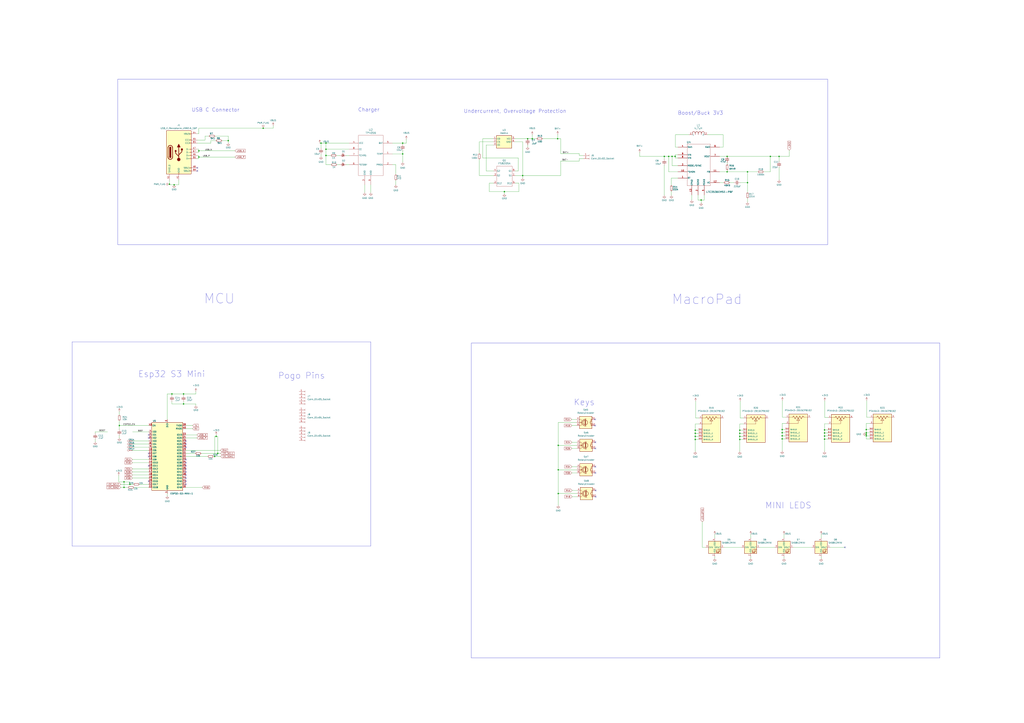
<source format=kicad_sch>
(kicad_sch (version 20231120) (generator "eeschema") (generator_version "8.0")
  (paper "A1")
  (junction (at 216.154 105.41))
  (junction (at 98.044 349.758))
  (junction (at 677.164 353.314))
  (junction (at 457.962 114.046))
  (junction (at 711.454 355.6))
  (junction (at 549.148 128.524))
  (junction (at 458.47 386.08))
  (junction (at 607.568 356.108))
  (junction (at 458.47 366.014))
  (junction (at 711.454 358.14))
  (junction (at 106.68 398.018))
  (junction (at 639.826 128.524))
  (junction (at 607.568 361.188))
  (junction (at 677.164 358.394))
  (junction (at 545.592 128.524))
  (junction (at 613.918 150.114))
  (junction (at 176.276 375.158))
  (junction (at 177.546 358.648))
  (junction (at 711.454 356.87))
  (junction (at 163.322 129.032))
  (junction (at 433.324 114.046))
  (junction (at 570.992 356.108))
  (junction (at 554.482 128.524))
  (junction (at 267.716 127.762))
  (junction (at 677.164 355.854))
  (junction (at 570.992 353.568))
  (junction (at 642.366 358.14))
  (junction (at 330.708 126.492))
  (junction (at 607.568 358.648))
  (junction (at 267.716 122.682))
  (junction (at 570.992 358.648))
  (junction (at 178.816 372.618))
  (junction (at 139.192 151.384))
  (junction (at 597.154 141.224))
  (junction (at 613.918 141.224))
  (junction (at 458.47 405.638))
  (junction (at 597.154 128.524))
  (junction (at 607.568 353.568))
  (junction (at 330.708 117.602))
  (junction (at 677.164 360.934))
  (junction (at 632.714 128.524))
  (junction (at 150.749 323.723))
  (junction (at 570.992 361.188))
  (junction (at 437.134 114.046))
  (junction (at 150.749 331.978))
  (junction (at 551.942 128.524))
  (junction (at 101.854 395.986))
  (junction (at 163.322 123.952))
  (junction (at 642.366 353.06))
  (junction (at 143.002 151.892))
  (junction (at 711.454 353.06))
  (junction (at 575.818 164.338))
  (junction (at 429.26 144.272))
  (junction (at 642.366 355.6))
  (junction (at 267.716 117.602))
  (junction (at 187.452 115.57))
  (junction (at 101.854 400.558))
  (junction (at 263.652 117.602))
  (junction (at 141.224 323.723))
  (junction (at 414.274 157.48))
  (junction (at 642.366 360.68))
  (no_connect (at 488.95 368.554))
  (no_connect (at 122.174 382.778))
  (no_connect (at 162.052 137.922))
  (no_connect (at 488.696 349.758))
  (no_connect (at 489.204 408.178))
  (no_connect (at 122.174 375.158))
  (no_connect (at 152.654 398.018))
  (no_connect (at 122.174 395.478))
  (no_connect (at 152.654 390.398))
  (no_connect (at 122.174 372.618))
  (no_connect (at 488.696 344.678))
  (no_connect (at 489.204 403.098))
  (no_connect (at 122.174 359.918))
  (no_connect (at 152.654 395.478))
  (no_connect (at 152.654 392.938))
  (no_connect (at 122.174 357.378))
  (no_connect (at 162.052 140.462))
  (no_connect (at 488.95 388.62))
  (no_connect (at 152.654 382.778))
  (no_connect (at 152.654 364.998))
  (no_connect (at 152.654 377.698))
  (no_connect (at 152.654 380.238))
  (no_connect (at 152.654 362.458))
  (no_connect (at 488.95 383.54))
  (no_connect (at 152.654 387.858))
  (no_connect (at 693.928 449.834))
  (no_connect (at 488.95 363.474))
  (no_connect (at 152.654 385.318))
  (no_connect (at 152.654 367.538))
  (wire (pts (xy 178.816 372.618) (xy 181.229 372.618)))
  (wire (pts (xy 163.322 105.41) (xy 216.154 105.41)))
  (wire (pts (xy 139.192 151.384) (xy 139.192 151.892)))
  (wire (pts (xy 401.828 150.622) (xy 401.828 157.48)))
  (wire (pts (xy 711.454 358.14) (xy 714.502 358.14)))
  (wire (pts (xy 78.232 354.838) (xy 78.232 356.108)))
  (wire (pts (xy 330.708 117.602) (xy 330.708 118.618)))
  (wire (pts (xy 168.402 111.76) (xy 168.402 115.062)))
  (wire (pts (xy 108.712 362.458) (xy 122.174 362.458)))
  (wire (pts (xy 574.04 348.488) (xy 570.992 348.488)))
  (wire (pts (xy 573.278 160.274) (xy 573.278 164.338)))
  (wire (pts (xy 551.942 136.144) (xy 556.768 136.144)))
  (wire (pts (xy 642.366 358.14) (xy 645.414 358.14)))
  (wire (pts (xy 176.657 111.76) (xy 187.452 111.76)))
  (wire (pts (xy 597.154 134.874) (xy 597.154 133.604)))
  (wire (pts (xy 141.224 323.723) (xy 141.224 324.993)))
  (wire (pts (xy 593.852 120.904) (xy 591.058 120.904)))
  (wire (pts (xy 460.502 132.334) (xy 475.742 132.334)))
  (wire (pts (xy 460.502 114.046) (xy 460.502 126.238)))
  (wire (pts (xy 78.232 361.188) (xy 78.232 363.093)))
  (wire (pts (xy 711.454 360.68) (xy 711.454 358.14)))
  (wire (pts (xy 405.384 144.272) (xy 393.7 144.272)))
  (wire (pts (xy 99.06 400.558) (xy 101.854 400.558)))
  (wire (pts (xy 643.89 457.454) (xy 643.89 458.978)))
  (wire (pts (xy 110.109 400.558) (xy 122.174 400.558)))
  (wire (pts (xy 607.568 356.108) (xy 610.616 356.108)))
  (wire (pts (xy 163.322 123.952) (xy 163.322 125.222)))
  (wire (pts (xy 607.568 358.648) (xy 607.568 361.188)))
  (wire (pts (xy 101.854 395.986) (xy 101.854 400.558)))
  (wire (pts (xy 551.942 128.524) (xy 554.482 128.524)))
  (wire (pts (xy 162.052 115.062) (xy 168.402 115.062)))
  (wire (pts (xy 399.288 140.462) (xy 399.288 119.126)))
  (wire (pts (xy 108.712 380.238) (xy 122.174 380.238)))
  (wire (pts (xy 330.708 126.492) (xy 330.708 133.35)))
  (wire (pts (xy 162.052 117.602) (xy 173.228 117.602)))
  (wire (pts (xy 642.366 358.14) (xy 642.366 360.68)))
  (wire (pts (xy 178.816 358.648) (xy 178.816 372.618)))
  (wire (pts (xy 680.212 353.314) (xy 677.164 353.314)))
  (wire (pts (xy 643.89 439.166) (xy 643.89 442.214)))
  (wire (pts (xy 610.616 353.568) (xy 607.568 353.568)))
  (wire (pts (xy 460.502 132.334) (xy 460.502 144.272)))
  (wire (pts (xy 108.712 377.698) (xy 122.174 377.698)))
  (wire (pts (xy 591.058 150.114) (xy 594.36 150.114)))
  (wire (pts (xy 594.614 449.834) (xy 608.838 449.834)))
  (wire (pts (xy 591.058 141.224) (xy 597.154 141.224)))
  (wire (pts (xy 458.47 405.638) (xy 473.964 405.638)))
  (wire (pts (xy 137.414 405.638) (xy 137.414 407.543)))
  (wire (pts (xy 429.26 144.272) (xy 429.26 146.304)))
  (wire (pts (xy 166.116 400.558) (xy 152.654 400.558)))
  (wire (pts (xy 405.384 140.462) (xy 399.288 140.462)))
  (wire (pts (xy 106.68 395.986) (xy 106.68 398.018)))
  (wire (pts (xy 570.992 358.648) (xy 570.992 361.188)))
  (wire (pts (xy 632.714 128.524) (xy 639.826 128.524)))
  (wire (pts (xy 284.226 135.382) (xy 286.766 135.382)))
  (wire (pts (xy 624.078 449.834) (xy 636.27 449.834)))
  (wire (pts (xy 677.164 355.854) (xy 677.164 358.394)))
  (wire (pts (xy 551.434 157.226) (xy 551.434 160.528)))
  (wire (pts (xy 141.224 331.978) (xy 150.749 331.978)))
  (wire (pts (xy 445.77 114.046) (xy 457.962 114.046)))
  (wire (pts (xy 714.502 353.06) (xy 711.454 353.06)))
  (wire (pts (xy 711.708 329.184) (xy 711.708 342.9)))
  (wire (pts (xy 554.482 127.254) (xy 556.768 127.254)))
  (wire (pts (xy 160.909 321.818) (xy 160.909 323.723)))
  (wire (pts (xy 632.714 141.224) (xy 632.714 128.524)))
  (wire (pts (xy 576.834 449.834) (xy 576.834 428.752)))
  (wire (pts (xy 187.452 111.76) (xy 187.452 115.57)))
  (wire (pts (xy 549.148 128.524) (xy 551.942 128.524)))
  (wire (pts (xy 99.06 398.018) (xy 106.68 398.018)))
  (wire (pts (xy 545.592 128.524) (xy 545.592 130.81)))
  (wire (pts (xy 422.91 114.046) (xy 433.324 114.046)))
  (wire (pts (xy 396.494 114.046) (xy 396.494 129.794)))
  (wire (pts (xy 607.568 358.648) (xy 610.616 358.648)))
  (wire (pts (xy 573.278 164.338) (xy 575.818 164.338)))
  (wire (pts (xy 479.044 130.302) (xy 475.742 130.302)))
  (wire (pts (xy 139.192 151.892) (xy 143.002 151.892)))
  (wire (pts (xy 575.818 164.338) (xy 575.818 166.624)))
  (wire (pts (xy 574.04 353.568) (xy 570.992 353.568)))
  (wire (pts (xy 597.154 139.954) (xy 597.154 141.224)))
  (wire (pts (xy 182.372 115.57) (xy 187.452 115.57)))
  (wire (pts (xy 98.044 340.868) (xy 98.044 338.328)))
  (wire (pts (xy 607.822 150.114) (xy 613.918 150.114)))
  (wire (pts (xy 405.13 114.046) (xy 396.494 114.046)))
  (wire (pts (xy 152.654 372.618) (xy 160.274 372.618)))
  (wire (pts (xy 642.366 347.98) (xy 642.366 353.06)))
  (wire (pts (xy 458.47 386.08) (xy 473.71 386.08)))
  (wire (pts (xy 322.326 117.602) (xy 330.708 117.602)))
  (wire (pts (xy 607.568 353.568) (xy 607.568 356.108)))
  (wire (pts (xy 645.414 347.98) (xy 642.366 347.98)))
  (wire (pts (xy 162.052 130.302) (xy 163.322 130.302)))
  (wire (pts (xy 187.452 115.57) (xy 187.452 117.475)))
  (wire (pts (xy 299.466 151.892) (xy 299.466 158.242)))
  (wire (pts (xy 108.712 364.998) (xy 122.174 364.998)))
  (wire (pts (xy 139.192 148.082) (xy 139.192 151.384)))
  (wire (pts (xy 545.592 128.524) (xy 549.148 128.524)))
  (wire (pts (xy 224.282 103.378) (xy 224.282 105.41)))
  (wire (pts (xy 525.272 125.222) (xy 525.272 128.524)))
  (wire (pts (xy 325.12 148.336) (xy 325.12 151.892)))
  (wire (pts (xy 677.164 360.934) (xy 680.212 360.934)))
  (wire (pts (xy 414.274 157.48) (xy 426.212 157.48)))
  (wire (pts (xy 426.212 157.48) (xy 426.212 150.622)))
  (wire (pts (xy 152.654 359.918) (xy 161.798 359.918)))
  (wire (pts (xy 610.616 343.408) (xy 607.822 343.408)))
  (wire (pts (xy 554.482 127.254) (xy 554.482 128.524)))
  (wire (pts (xy 578.358 160.274) (xy 578.358 164.338)))
  (wire (pts (xy 714.502 342.9) (xy 711.708 342.9)))
  (wire (pts (xy 97.536 395.986) (xy 101.854 395.986)))
  (wire (pts (xy 610.616 348.488) (xy 607.568 348.488)))
  (wire (pts (xy 304.546 151.892) (xy 304.546 158.242)))
  (wire (pts (xy 176.276 358.648) (xy 177.546 358.648)))
  (wire (pts (xy 645.414 353.06) (xy 642.366 353.06)))
  (wire (pts (xy 165.354 372.618) (xy 178.816 372.618)))
  (wire (pts (xy 648.208 123.444) (xy 648.208 128.524)))
  (wire (pts (xy 607.568 361.188) (xy 607.568 371.094)))
  (wire (pts (xy 627.38 141.224) (xy 632.714 141.224)))
  (wire (pts (xy 175.514 375.158) (xy 176.276 375.158)))
  (wire (pts (xy 570.992 356.108) (xy 574.04 356.108)))
  (wire (pts (xy 556.768 146.304) (xy 551.434 146.304)))
  (wire (pts (xy 401.828 157.48) (xy 414.274 157.48)))
  (wire (pts (xy 267.716 127.762) (xy 267.716 135.382)))
  (wire (pts (xy 575.818 164.338) (xy 578.358 164.338)))
  (wire (pts (xy 263.652 117.602) (xy 267.716 117.602)))
  (wire (pts (xy 429.26 144.272) (xy 460.502 144.272)))
  (wire (pts (xy 322.326 135.382) (xy 325.12 135.382)))
  (wire (pts (xy 458.47 366.014) (xy 473.71 366.014)))
  (wire (pts (xy 551.942 136.144) (xy 551.942 128.524)))
  (wire (pts (xy 570.992 353.568) (xy 570.992 356.108)))
  (wire (pts (xy 593.852 110.744) (xy 593.852 120.904)))
  (wire (pts (xy 469.646 363.474) (xy 473.71 363.474)))
  (wire (pts (xy 597.154 141.224) (xy 613.918 141.224)))
  (wire (pts (xy 177.546 358.648) (xy 178.816 358.648)))
  (wire (pts (xy 613.918 163.068) (xy 613.918 166.116)))
  (wire (pts (xy 173.228 115.57) (xy 177.292 115.57)))
  (wire (pts (xy 271.78 135.382) (xy 267.716 135.382)))
  (wire (pts (xy 677.164 358.394) (xy 680.212 358.394)))
  (wire (pts (xy 152.654 349.758) (xy 158.242 349.758)))
  (wire (pts (xy 78.232 354.838) (xy 88.392 354.838)))
  (wire (pts (xy 458.47 366.014) (xy 458.47 386.08)))
  (wire (pts (xy 607.822 329.692) (xy 607.822 343.408)))
  (wire (pts (xy 163.322 129.032) (xy 193.04 129.032)))
  (wire (pts (xy 393.7 131.064) (xy 393.7 144.272)))
  (wire (pts (xy 711.454 355.6) (xy 714.502 355.6)))
  (wire (pts (xy 333.756 114.3) (xy 333.756 117.602)))
  (wire (pts (xy 551.434 146.304) (xy 551.434 152.146)))
  (wire (pts (xy 98.044 349.758) (xy 98.044 352.933)))
  (wire (pts (xy 475.742 127.762) (xy 479.044 127.762)))
  (wire (pts (xy 108.712 390.398) (xy 122.174 390.398)))
  (wire (pts (xy 152.654 357.378) (xy 161.798 357.378)))
  (wire (pts (xy 642.366 353.06) (xy 642.366 355.6)))
  (wire (pts (xy 425.704 140.462) (xy 423.164 140.462)))
  (wire (pts (xy 267.716 122.682) (xy 267.716 127.762)))
  (wire (pts (xy 458.47 405.638) (xy 458.47 415.29)))
  (wire (pts (xy 267.716 117.602) (xy 286.766 117.602)))
  (wire (pts (xy 714.502 347.98) (xy 711.454 347.98)))
  (wire (pts (xy 393.7 116.586) (xy 393.7 125.984)))
  (wire (pts (xy 570.992 358.648) (xy 574.04 358.648)))
  (wire (pts (xy 425.704 129.794) (xy 425.704 140.462)))
  (wire (pts (xy 322.326 126.492) (xy 330.708 126.492)))
  (wire (pts (xy 639.826 128.524) (xy 639.826 132.588)))
  (wire (pts (xy 711.454 347.98) (xy 711.454 353.06)))
  (wire (pts (xy 137.414 323.723) (xy 137.414 344.678)))
  (wire (pts (xy 674.37 457.454) (xy 674.37 458.978)))
  (wire (pts (xy 677.164 358.394) (xy 677.164 360.934)))
  (wire (pts (xy 613.918 141.224) (xy 613.918 150.114)))
  (wire (pts (xy 475.742 130.302) (xy 475.742 132.334)))
  (wire (pts (xy 475.742 126.238) (xy 475.742 127.762)))
  (wire (pts (xy 437.134 114.046) (xy 440.69 114.046)))
  (wire (pts (xy 263.652 126.746) (xy 263.652 128.524)))
  (wire (pts (xy 568.198 160.274) (xy 568.198 164.338)))
  (wire (pts (xy 108.712 367.538) (xy 122.174 367.538)))
  (wire (pts (xy 711.454 360.68) (xy 714.502 360.68)))
  (wire (pts (xy 177.546 357.378) (xy 177.546 358.648)))
  (wire (pts (xy 581.152 110.744) (xy 593.852 110.744)))
  (wire (pts (xy 642.366 355.6) (xy 645.414 355.6)))
  (wire (pts (xy 141.224 330.073) (xy 141.224 331.978)))
  (wire (pts (xy 677.164 360.934) (xy 677.164 370.84)))
  (wire (pts (xy 677.164 353.314) (xy 677.164 355.854)))
  (wire (pts (xy 141.224 323.723) (xy 137.414 323.723)))
  (wire (pts (xy 181.102 370.078) (xy 152.654 370.078)))
  (wire (pts (xy 711.454 356.87) (xy 711.454 358.14)))
  (wire (pts (xy 460.502 126.238) (xy 475.742 126.238)))
  (wire (pts (xy 677.418 329.438) (xy 677.418 343.154)))
  (wire (pts (xy 639.826 137.668) (xy 639.826 147.828)))
  (wire (pts (xy 263.652 117.602) (xy 263.652 121.666)))
  (wire (pts (xy 163.322 123.952) (xy 193.04 123.952)))
  (wire (pts (xy 677.164 348.234) (xy 677.164 353.314)))
  (wire (pts (xy 556.768 120.904) (xy 554.736 120.904)))
  (wire (pts (xy 554.482 128.524) (xy 554.482 129.794)))
  (wire (pts (xy 469.646 368.554) (xy 473.71 368.554)))
  (wire (pts (xy 645.414 342.9) (xy 642.62 342.9)))
  (wire (pts (xy 545.592 135.89) (xy 545.592 160.528)))
  (wire (pts (xy 163.322 130.302) (xy 163.322 129.032)))
  (wire (pts (xy 642.366 355.6) (xy 642.366 358.14)))
  (wire (pts (xy 613.918 150.114) (xy 613.918 157.988)))
  (wire (pts (xy 168.402 111.76) (xy 171.577 111.76)))
  (wire (pts (xy 423.164 144.272) (xy 429.26 144.272)))
  (wire (pts (xy 330.708 117.602) (xy 333.756 117.602)))
  (wire (pts (xy 437.134 110.744) (xy 437.134 114.046)))
  (wire (pts (xy 98.044 349.758) (xy 122.174 349.758)))
  (wire (pts (xy 571.246 329.692) (xy 571.246 343.408)))
  (wire (pts (xy 163.322 122.682) (xy 163.322 123.952)))
  (wire (pts (xy 163.322 129.032) (xy 163.322 127.762)))
  (wire (pts (xy 651.51 449.834) (xy 666.75 449.834)))
  (wire (pts (xy 325.12 135.382) (xy 325.12 143.256)))
  (wire (pts (xy 98.044 358.013) (xy 98.044 359.918)))
  (wire (pts (xy 162.052 109.982) (xy 163.322 109.982)))
  (wire (pts (xy 150.749 324.993) (xy 150.749 323.723)))
  (wire (pts (xy 106.68 398.018) (xy 109.474 398.018)))
  (wire (pts (xy 150.749 331.978) (xy 150.749 330.073)))
  (wire (pts (xy 152.654 352.298) (xy 158.242 352.298)))
  (wire (pts (xy 150.749 323.723) (xy 141.224 323.723)))
  (wire (pts (xy 108.712 387.858) (xy 122.174 387.858)))
  (wire (pts (xy 267.716 117.602) (xy 267.716 122.682)))
  (wire (pts (xy 579.374 449.834) (xy 576.834 449.834)))
  (wire (pts (xy 276.606 127.762) (xy 279.146 127.762)))
  (wire (pts (xy 586.994 457.454) (xy 586.994 458.978)))
  (wire (pts (xy 458.47 386.08) (xy 458.47 405.638)))
  (wire (pts (xy 262.636 117.602) (xy 263.652 117.602)))
  (wire (pts (xy 330.708 123.698) (xy 330.708 126.492)))
  (wire (pts (xy 97.536 390.652) (xy 97.536 395.986)))
  (wire (pts (xy 599.44 150.114) (xy 602.742 150.114)))
  (wire (pts (xy 276.86 135.382) (xy 279.146 135.382)))
  (wire (pts (xy 586.994 439.166) (xy 586.994 442.214)))
  (wire (pts (xy 422.91 116.586) (xy 429.26 116.586)))
  (wire (pts (xy 556.768 129.794) (xy 554.482 129.794)))
  (wire (pts (xy 160.909 331.978) (xy 160.909 333.248)))
  (wire (pts (xy 613.918 141.224) (xy 622.3 141.224)))
  (wire (pts (xy 108.839 354.838) (xy 122.174 354.838)))
  (wire (pts (xy 554.736 120.904) (xy 554.736 110.744)))
  (wire (pts (xy 163.322 105.41) (xy 163.322 109.982)))
  (wire (pts (xy 469.646 383.54) (xy 473.71 383.54)))
  (wire (pts (xy 711.454 353.06) (xy 711.454 355.6)))
  (wire (pts (xy 469.9 403.098) (xy 473.964 403.098)))
  (wire (pts (xy 162.052 122.682) (xy 163.322 122.682)))
  (wire (pts (xy 680.212 348.234) (xy 677.164 348.234)))
  (wire (pts (xy 469.392 344.678) (xy 473.456 344.678)))
  (wire (pts (xy 570.992 361.188) (xy 574.04 361.188)))
  (wire (pts (xy 469.646 349.758) (xy 473.456 349.758)))
  (wire (pts (xy 101.854 400.558) (xy 105.029 400.558)))
  (wire (pts (xy 458.47 347.218) (xy 473.456 347.218)))
  (wire (pts (xy 677.164 355.854) (xy 680.212 355.854)))
  (wire (pts (xy 396.494 129.794) (xy 425.704 129.794)))
  (wire (pts (xy 570.992 348.488) (xy 570.992 353.568)))
  (wire (pts (xy 570.992 356.108) (xy 570.992 358.648)))
  (wire (pts (xy 163.322 125.222) (xy 162.052 125.222)))
  (wire (pts (xy 150.749 323.723) (xy 160.909 323.723)))
  (wire (pts (xy 108.712 385.318) (xy 122.174 385.318)))
  (wire (pts (xy 176.276 358.648) (xy 176.276 375.158)))
  (wire (pts (xy 414.274 157.48) (xy 414.274 159.258)))
  (wire (pts (xy 267.716 127.762) (xy 271.526 127.762)))
  (wire (pts (xy 433.324 114.046) (xy 437.134 114.046)))
  (wire (pts (xy 405.13 116.586) (xy 393.7 116.586)))
  (wire (pts (xy 642.366 360.68) (xy 645.414 360.68)))
  (wire (pts (xy 173.228 117.602) (xy 173.228 115.57)))
  (wire (pts (xy 570.992 361.188) (xy 570.992 371.094)))
  (wire (pts (xy 591.058 128.524) (xy 597.154 128.524)))
  (wire (pts (xy 680.212 343.154) (xy 677.418 343.154)))
  (wire (pts (xy 101.854 395.986) (xy 106.68 395.986)))
  (wire (pts (xy 176.276 375.158) (xy 181.229 375.158)))
  (wire (pts (xy 160.909 331.978) (xy 150.749 331.978)))
  (wire (pts (xy 607.568 356.108) (xy 607.568 358.648)))
  (wire (pts (xy 642.366 360.68) (xy 642.366 370.586)))
  (wire (pts (xy 554.736 110.744) (xy 565.912 110.744)))
  (wire (pts (xy 616.458 457.454) (xy 616.458 458.978)))
  (wire (pts (xy 711.454 355.6) (xy 711.454 356.87)))
  (wire (pts (xy 607.568 361.188) (xy 610.616 361.188)))
  (wire (pts (xy 108.712 370.078) (xy 122.174 370.078)))
  (wire (pts (xy 98.044 345.948) (xy 98.044 349.758)))
  (wire (pts (xy 152.654 375.158) (xy 170.434 375.158)))
  (wire (pts (xy 146.812 151.892) (xy 143.002 151.892)))
  (wire (pts (xy 469.646 388.62) (xy 473.71 388.62)))
  (wire (pts (xy 525.272 128.524) (xy 545.592 128.524)))
  (wire (pts (xy 616.458 439.166) (xy 616.458 442.214)))
  (wire (pts (xy 457.962 114.046) (xy 460.502 114.046)))
  (wire (pts (xy 597.154 128.524) (xy 632.714 128.524)))
  (wire (pts (xy 108.712 392.938) (xy 122.174 392.938)))
  (wire (pts (xy 458.47 347.218) (xy 458.47 366.014)))
  (wire (pts (xy 674.37 439.166) (xy 674.37 442.214)))
  (wire (pts (xy 399.288 119.126) (xy 405.13 119.126)))
  (wire (pts (xy 433.324 119.126) (xy 433.324 120.65)))
  (wire (pts (xy 286.766 122.682) (xy 267.716 122.682)))
  (wire (pts (xy 284.226 127.762) (xy 286.766 127.762)))
  (wire (pts (xy 549.148 141.224) (xy 556.768 141.224)))
  (wire (pts (xy 114.554 398.018) (xy 122.174 398.018)))
  (wire (pts (xy 426.212 150.622) (xy 423.164 150.622)))
  (wire (pts (xy 549.148 141.224) (xy 549.148 128.524)))
  (wire (pts (xy 216.154 105.41) (xy 224.282 105.41)))
  (wire (pts (xy 429.26 116.586) (xy 429.26 144.272)))
  (wire (pts (xy 639.826 128.524) (xy 648.208 128.524)))
  (wire (pts (xy 405.384 150.622) (xy 401.828 150.622)))
  (wire (pts (xy 457.962 110.49) (xy 457.962 114.046)))
  (wire (pts (xy 146.812 148.082) (xy 146.812 151.892)))
  (wire (pts (xy 469.9 408.178) (xy 473.964 408.178)))
  (wire (pts (xy 681.99 449.834) (xy 693.928 449.834)))
  (wire (pts (xy 574.04 343.408) (xy 571.246 343.408)))
  (wire (pts (xy 607.568 348.488) (xy 607.568 353.568)))
  (wire (pts (xy 163.322 127.762) (xy 162.052 127.762)))
  (wire (pts (xy 642.62 329.184) (xy 642.62 342.9)))
  (rectangle (start 96.774 65.024) (end 679.704 201.168))
  (rectangle (start 387.096 281.94) (end 771.906 540.766))
  (rectangle (start 59.182 280.924) (end 304.546 448.818))
  (text "Charger" (at 302.895 90.297 0) (effects (font (size 3 3))))
  (text "MINI LEDS" (at 647.446 415.544 0) (effects (font (size 5 5))))
  (text "USB C Connector" (at 177.038 90.424 0) (effects (font (size 3 3))))
  (text "Undercurrent, Overvoltage Protection" (at 423.037 91.44 0) (effects (font (size 3 3))))
  (text "MacroPad" (at 580.644 246.126 0) (effects (font (size 8 8))))
  (text "Esp32 S3 Mini" (at 140.97 307.594 0) (effects (font (size 5 5))))
  (text "MCU" (at 180.086 245.618 0) (effects (font (size 8 8))))
  (text "Pogo Pins\n" (at 247.65 308.864 0) (effects (font (size 5 5))))
  (text "Keys" (at 479.806 330.708 0) (effects (font (size 5 5))))
  (text "Boost/Buck 3V3" (at 575.31 92.964 0) (effects (font (size 3 3))))
  (label "BAT-" (at 466.852 132.334 180))
  (label "USB_P" (at 166.624 129.032 0) (effects (font (size 1.15 1.15))))
  (label "BAT+" (at 467.106 126.238 180))
  (label "USB_N" (at 168.402 123.952 0) (effects (font (size 1.15 1.15))))
  (label "ESP32_EN" (at 101.219 349.758 0))
  (label "BOOT" (at 81.407 354.838 0))
  (label "BOOT" (at 113.284 354.838 0) (effects (font (size 1 1))))
  (global_label "I2C_SCL1" (shape input) (at 181.229 372.618 0) (property "Intersheetrefs" "${INTERSHEET_REFS}" (effects (hide yes))))
  (global_label "R4B" (shape input) (at 469.9 408.178 180) (property "Intersheetrefs" "${INTERSHEET_REFS}" (effects (hide yes))))
  (global_label "+3V3" (shape input) (at 648.208 123.444 90) (property "Intersheetrefs" "${INTERSHEET_REFS}" (effects (hide yes))))
  (global_label "USB_N" (shape input) (at 193.04 123.952 0) (property "Intersheetrefs" "${INTERSHEET_REFS}" (effects (hide yes))))
  (global_label "R2A" (shape input) (at 108.712 385.318 180) (property "Intersheetrefs" "${INTERSHEET_REFS}" (effects (hide yes))))
  (global_label "I2C_SCL2" (shape input) (at 99.06 398.018 180) (property "Intersheetrefs" "${INTERSHEET_REFS}" (effects (hide yes))))
  (global_label "R4A" (shape input) (at 181.102 370.078 0) (property "Intersheetrefs" "${INTERSHEET_REFS}" (effects (hide yes))))
  (global_label "R4B" (shape input) (at 166.116 400.558 0) (property "Intersheetrefs" "${INTERSHEET_REFS}" (effects (hide yes))))
  (global_label "R3B" (shape input) (at 108.712 392.938 180) (property "Intersheetrefs" "${INTERSHEET_REFS}" (effects (hide yes))))
  (global_label "R1A" (shape input) (at 469.392 344.678 180) (property "Intersheetrefs" "${INTERSHEET_REFS}" (effects (hide yes))))
  (global_label "I2C_SDA1" (shape input) (at 181.229 375.158 0) (property "Intersheetrefs" "${INTERSHEET_REFS}" (effects (hide yes))))
  (global_label "LED_GPIO" (shape input) (at 576.834 428.752 90) (property "Intersheetrefs" "${INTERSHEET_REFS}" (effects (hide yes))))
  (global_label "TX" (shape input) (at 158.242 349.758 0) (property "Intersheetrefs" "${INTERSHEET_REFS}" (effects (hide yes))))
  (global_label "R3A" (shape input) (at 469.646 383.54 180) (property "Intersheetrefs" "${INTERSHEET_REFS}" (effects (hide yes))))
  (global_label "USB_P" (shape input) (at 193.04 129.032 0) (property "Intersheetrefs" "${INTERSHEET_REFS}" (effects (hide yes))))
  (global_label "R1B" (shape input) (at 108.712 380.238 180) (property "Intersheetrefs" "${INTERSHEET_REFS}" (effects (hide yes))))
  (global_label "USB_N" (shape input) (at 161.798 357.378 0) (property "Intersheetrefs" "${INTERSHEET_REFS}" (effects (hide yes))))
  (global_label "RX" (shape input) (at 158.242 352.298 0) (property "Intersheetrefs" "${INTERSHEET_REFS}" (effects (hide yes))))
  (global_label "I2C_SDA2" (shape input) (at 99.06 400.558 180) (property "Intersheetrefs" "${INTERSHEET_REFS}" (effects (hide yes))))
  (global_label "R1B" (shape input) (at 469.646 349.758 180) (property "Intersheetrefs" "${INTERSHEET_REFS}" (effects (hide yes))))
  (global_label "R2A" (shape input) (at 469.646 363.474 180) (property "Intersheetrefs" "${INTERSHEET_REFS}" (effects (hide yes))))
  (global_label "R2B" (shape input) (at 469.646 368.554 180) (property "Intersheetrefs" "${INTERSHEET_REFS}" (effects (hide yes))))
  (global_label "R3B" (shape input) (at 469.646 388.62 180) (property "Intersheetrefs" "${INTERSHEET_REFS}" (effects (hide yes))))
  (global_label "R2B" (shape input) (at 108.712 387.858 180) (property "Intersheetrefs" "${INTERSHEET_REFS}" (effects (hide yes))))
  (global_label "USB_P" (shape input) (at 161.798 359.918 0) (property "Intersheetrefs" "${INTERSHEET_REFS}" (effects (hide yes))))
  (global_label "R3A" (shape input) (at 108.712 390.398 180) (property "Intersheetrefs" "${INTERSHEET_REFS}" (effects (hide yes))))
  (global_label "R1A" (shape input) (at 108.712 377.698 180) (property "Intersheetrefs" "${INTERSHEET_REFS}" (effects (hide yes))))
  (global_label "R4A" (shape input) (at 469.9 403.098 180) (property "Intersheetrefs" "${INTERSHEET_REFS}" (effects (hide yes))))
  (symbol (lib_id "power:GND") (at 613.918 166.116 0) (unit 1)
    (property "Reference" "#PWR033" (effects (hide yes)))
    (property "Value" "GND" (at 613.918 170.18 0))
    (property "Description" "Power symbol creates a global label with name \"GND\" , ground" (effects (hide yes)))
  )
  (symbol (lib_id "Device:R_Small") (at 325.12 145.796 180) (unit 1)
    (property "Reference" "R11" (at 327.66 144.78 0))
    (property "Value" "1K3" (at 327.66 146.558 0))
    (property "Footprint" "Resistor_SMD:R_0603_1608Metric_Pad0.98x0.95mm_HandSolder" (effects (hide yes)))
    (property "Description" "Resistor, small symbol" (effects (hide yes)))
    (property "Manufacture Part Number" "FRC0603F1301TS" (effects (hide yes)))
    (property "LCSC Part Number" "C2906977" (effects (hide yes)))
  )
  (symbol (lib_id "power:+3V3") (at 160.909 321.818 0) (unit 1)
    (property "Reference" "#PWR037" (effects (hide yes)))
    (property "Value" "+3V3" (at 160.909 316.738 0))
    (property "Description" "Power symbol creates a global label with name \"+3V3\"" (effects (hide yes)))
  )
  (symbol (lib_id "power:PWR_FLAG") (at 216.154 105.41 0) (unit 1)
    (property "Reference" "#FLG02" (effects (hide yes)))
    (property "Value" "PWR_FLAG" (at 216.154 100.965 0))
    (property "Description" "Special symbol for telling ERC where power comes from" (effects (hide yes)))
  )
  (symbol (lib_id "power:GND") (at 429.26 146.304 0) (unit 1)
    (property "Reference" "#PWR020" (effects (hide yes)))
    (property "Value" "GND" (at 429.26 150.622 0))
    (property "Description" "Power symbol creates a global label with name \"GND\" , ground" (effects (hide yes)))
  )
  (symbol (lib_id "Device:C_Small") (at 150.749 327.533 0) (unit 1)
    (property "Reference" "C15" (at 153.289 326.9042 0) (effects (justify left)))
    (property "Value" "10uF" (at 153.289 328.8093 0) (effects (justify left)))
    (property "Footprint" "Capacitor_SMD:C_0603_1608Metric_Pad1.08x0.95mm_HandSolder" (effects (hide yes)))
    (property "Description" "Unpolarized capacitor, small symbol" (effects (hide yes)))
  )
  (symbol (lib_id "Device:R_Small") (at 162.814 372.618 270) (mirror x) (unit 1)
    (property "Reference" "R27" (at 156.718 371.348 90) (effects (justify left)))
    (property "Value" "10k" (at 160.909 374.523 90) (effects (justify left)))
    (property "Footprint" "Resistor_SMD:R_0603_1608Metric_Pad0.98x0.95mm_HandSolder" (effects (hide yes)))
    (property "Description" "Resistor, small symbol" (effects (hide yes)))
  )
  (symbol (lib_id "LED:SK6812MINI") (at 586.994 449.834 0) (unit 1)
    (property "Reference" "D5" (at 598.678 443.5154 0))
    (property "Value" "SK6812MINI" (at 598.678 446.0554 0))
    (property "Footprint" "LED_SMD:LED_SK6812MINI_PLCC4_3.5x3.5mm_P1.75mm_1_Hole_Pads" (effects (hide yes)))
    (property "Datasheet" "https://cdn-shop.adafruit.com/product-files/2686/SK6812MINI_REV.01-1-2.pdf" (effects (hide yes)))
    (property "Description" "RGB LED with integrated controller" (effects (hide yes)))
  )
  (symbol (lib_id "45mm_Slide_PTA45:PTA4543-2015CPB102") (at 620.776 348.488 0) (unit 1)
    (property "Reference" "R20" (at 620.776 335.28 0))
    (property "Value" "PTA4543-2015CPB102" (at 620.776 337.82 0))
    (property "Footprint" "45mm_Slide_PTA:TRIM_PTA4543-2015CPB102" (effects (hide yes)))
    (property "Datasheet" "https://www.bourns.com/docs/Product-Datasheets/pta.pdf" (effects (hide yes)))
    (property "PARTREV" "04/21" (effects (hide yes)))
    (property "STANDARD" "Manufacturer Recommendations" (effects (hide yes)))
    (property "MAXIMUM_PACKAGE_HEIGHT" "21.5mm" (effects (hide yes)))
    (property "MANUFACTURER" "Bourns" (effects (hide yes)))
  )
  (symbol (lib_id "Device:LED_Small") (at 281.686 127.762 0) (mirror y) (unit 1)
    (property "Reference" "D1" (at 282.194 124.46 0))
    (property "Value" "LED_Small" (effects (hide yes)))
    (property "Footprint" "LED_SMD:LED_0603_1608Metric_Pad1.05x0.95mm_HandSolder" (effects (hide yes)))
    (property "Description" "Colorless Transparent Lens 50mW 620nm~630nm 20mA Positive Stick -20℃~+85℃ Red 120° 330mcd 2.3V 0603 LED" (effects (hide yes)))
    (property "Manufacture Part Number" "SZYY0603B" (effects (hide yes)))
    (property "LCSC Part Number" "C434421" (effects (hide yes)))
  )
  (symbol (lib_id "power:GND") (at 570.992 371.094 0) (unit 1)
    (property "Reference" "#PWR01" (effects (hide yes)))
    (property "Value" "GND" (at 570.992 375.412 0))
    (property "Description" "Power symbol creates a global label with name \"GND\" , ground" (effects (hide yes)))
  )
  (symbol (lib_id "power:GND") (at 674.37 458.978 0) (unit 1)
    (property "Reference" "#PWR048" (effects (hide yes)))
    (property "Value" "GND" (at 674.37 463.296 0))
    (property "Description" "Power symbol creates a global label with name \"GND\" , ground" (effects (hide yes)))
  )
  (symbol (lib_id "power:VBUS") (at 437.134 110.744 0) (unit 1)
    (property "Reference" "#PWR022" (effects (hide yes)))
    (property "Value" "VBUS" (at 437.134 105.41 0))
    (property "Description" "Power symbol creates a global label with name \"VBUS\"" (effects (hide yes)))
  )
  (symbol (lib_id "power:GND") (at 78.232 363.093 0) (unit 1)
    (property "Reference" "#PWR029" (effects (hide yes)))
    (property "Value" "GND" (at 78.232 366.903 0))
    (property "Description" "Power symbol creates a global label with name \"GND\" , ground" (effects (hide yes)))
  )
  (symbol (lib_id "power:+3V3") (at 571.246 329.692 0) (unit 1)
    (property "Reference" "#PWR07" (effects (hide yes)))
    (property "Value" "+3V3" (at 571.246 325.12 0))
    (property "Description" "Power symbol creates a global label with name \"+3V3\"" (effects (hide yes)))
  )
  (symbol (lib_id "power:GND") (at 575.818 166.624 0) (unit 1)
    (property "Reference" "#PWR028" (effects (hide yes)))
    (property "Value" "GND" (at 575.818 170.942 0))
    (property "Description" "Power symbol creates a global label with name \"GND\" , ground" (effects (hide yes)))
  )
  (symbol (lib_id "Device:C_Small") (at 263.652 124.206 0) (unit 1)
    (property "Reference" "C5" (at 259.588 122.428 0) (effects (justify left)))
    (property "Value" "10uF" (at 258.064 126.492 0) (effects (justify left)))
    (property "Footprint" "Capacitor_SMD:C_0603_1608Metric_Pad1.08x0.95mm_HandSolder" (effects (hide yes)))
    (property "Description" "Unpolarized capacitor, small symbol" (effects (hide yes)))
    (property "Manufacture Part Number" "CS1608X5R106M160NRB" (effects (hide yes)))
    (property "LCSC Part Number" "C2909630" (effects (hide yes)))
  )
  (symbol (lib_id "power:GND") (at 325.12 151.892 0) (unit 1)
    (property "Reference" "#PWR016" (effects (hide yes)))
    (property "Value" "GND" (at 325.12 156.464 0))
    (property "Description" "Power symbol creates a global label with name \"GND\" , ground" (effects (hide yes)))
  )
  (symbol (lib_id "Device:RotaryEncoder_Switch") (at 481.076 347.218 0) (unit 1)
    (property "Reference" "SW5" (at 481.076 336.804 0))
    (property "Value" "RotaryEncoder" (at 481.076 339.344 0))
    (property "Footprint" "Test_Encoder:PEC12R-4x15F-Sxxxx_BRN" (effects (hide yes)))
    (property "Description" "Rotary encoder, dual channel, incremental quadrate outputs, with switch" (effects (hide yes)))
  )
  (symbol (lib_id "45mm_Slide_PTA45:PTA4543-2015CPB102") (at 584.2 348.488 0) (unit 1)
    (property "Reference" "R19" (at 584.2 335.28 0))
    (property "Value" "PTA4543-2015CPB102" (at 584.2 337.82 0))
    (property "Footprint" "45mm_Slide_PTA:TRIM_PTA4543-2015CPB102" (effects (hide yes)))
    (property "Datasheet" "https://www.bourns.com/docs/Product-Datasheets/pta.pdf" (effects (hide yes)))
    (property "PARTREV" "04/21" (effects (hide yes)))
    (property "STANDARD" "Manufacturer Recommendations" (effects (hide yes)))
    (property "MAXIMUM_PACKAGE_HEIGHT" "21.5mm" (effects (hide yes)))
    (property "MANUFACTURER" "Bourns" (effects (hide yes)))
  )
  (symbol (lib_id "Device:LED_Small") (at 281.686 135.382 0) (mirror y) (unit 1)
    (property "Reference" "D2" (at 282.194 132.08 0))
    (property "Value" "LED_Small" (effects (hide yes)))
    (property "Footprint" "LED_SMD:LED_0603_1608Metric_Pad1.05x0.95mm_HandSolder" (effects (hide yes)))
    (property "Description" "Colorless Transparent Lens 50mW 620nm~630nm 20mA Positive Stick -20℃~+85℃ Red 120° 330mcd 2.3V 0603 LED" (effects (hide yes)))
    (property "Manufacture Part Number" "XL-1608SURC-06" (effects (hide yes)))
    (property "LCSC Part Number" "C965799" (effects (hide yes)))
  )
  (symbol (lib_id "power:+3V3") (at 586.994 439.166 0) (unit 1)
    (property "Reference" "#PWR031" (effects (hide yes)))
    (property "Value" "VBUS" (at 590.042 438.658 0))
    (property "Description" "Power symbol creates a global label with name \"+3V3\"" (effects (hide yes)))
  )
  (symbol (lib_id "power:GND") (at 304.546 158.242 0) (unit 1)
    (property "Reference" "#PWR015" (effects (hide yes)))
    (property "Value" "GND" (at 304.546 162.814 0))
    (property "Description" "Power symbol creates a global label with name \"GND\" , ground" (effects (hide yes)))
  )
  (symbol (lib_id "power:GND") (at 551.434 160.528 0) (unit 1)
    (property "Reference" "#PWR026" (effects (hide yes)))
    (property "Value" "GND" (at 551.434 164.592 0))
    (property "Description" "Power symbol creates a global label with name \"GND\" , ground" (effects (hide yes)))
  )
  (symbol (lib_id "Device:C_Small") (at 98.044 355.473 0) (unit 1)
    (property "Reference" "C13" (at 99.949 354.203 0) (effects (justify left)))
    (property "Value" ".1uF" (at 99.949 356.1081 0) (effects (justify left)))
    (property "Footprint" "Capacitor_SMD:C_0603_1608Metric_Pad1.08x0.95mm_HandSolder" (effects (hide yes)))
    (property "Description" "Unpolarized capacitor, small symbol" (effects (hide yes)))
  )
  (symbol (lib_id "Device:RotaryEncoder_Switch") (at 481.584 405.638 0) (unit 1)
    (property "Reference" "SW8" (at 481.584 395.224 0))
    (property "Value" "RotaryEncoder" (at 481.584 397.764 0))
    (property "Footprint" "Test_Encoder:PEC12R-4x15F-Sxxxx_BRN" (effects (hide yes)))
    (property "Description" "Rotary encoder, dual channel, incremental quadrate outputs, with switch" (effects (hide yes)))
  )
  (symbol (lib_id "power:GND") (at 414.274 159.258 0) (unit 1)
    (property "Reference" "#PWR019" (effects (hide yes)))
    (property "Value" "GND" (at 414.274 163.068 0))
    (property "Description" "Power symbol creates a global label with name \"GND\" , ground" (effects (hide yes)))
  )
  (symbol (lib_id "power:GND") (at 98.044 359.918 0) (unit 1)
    (property "Reference" "#PWR034" (effects (hide yes)))
    (property "Value" "GND" (at 98.044 363.728 0))
    (property "Description" "Power symbol creates a global label with name \"GND\" , ground" (effects (hide yes)))
  )
  (symbol (lib_id "power:GND") (at 160.909 333.248 0) (unit 1)
    (property "Reference" "#PWR041" (effects (hide yes)))
    (property "Value" "GND" (at 160.909 337.058 0))
    (property "Description" "Power symbol creates a global label with name \"GND\" , ground" (effects (hide yes)))
  )
  (symbol (lib_id "Device:C_Small") (at 605.282 150.114 90) (unit 1)
    (property "Reference" "C10" (at 605.282 147.066 90))
    (property "Value" "220pF" (at 605.536 153.162 90))
    (property "Footprint" "Capacitor_SMD:C_0603_1608Metric_Pad1.08x0.95mm_HandSolder" (effects (hide yes)))
    (property "Description" "Unpolarized capacitor, small symbol" (effects (hide yes)))
    (property "Manufacture Part Number" "0603CG221J500NT" (effects (hide yes)))
    (property "LCSC Part Number" "C156398" (effects (hide yes)))
  )
  (symbol (lib_id "power:+3V3") (at 616.458 439.166 0) (unit 1)
    (property "Reference" "#PWR038" (effects (hide yes)))
    (property "Value" "VBUS" (at 619.506 438.658 0))
    (property "Description" "Power symbol creates a global label with name \"+3V3\"" (effects (hide yes)))
  )
  (symbol (lib_id "Device:C_Small") (at 141.224 327.533 0) (unit 1)
    (property "Reference" "C14" (at 143.764 326.9042 0) (effects (justify left)))
    (property "Value" ".1uF" (at 143.764 328.8093 0) (effects (justify left)))
    (property "Footprint" "Capacitor_SMD:C_0603_1608Metric_Pad1.08x0.95mm_HandSolder" (effects (hide yes)))
    (property "Description" "Unpolarized capacitor, small symbol" (effects (hide yes)))
  )
  (symbol (lib_id "power:GND") (at 711.454 356.87 270) (unit 1)
    (property "Reference" "#PWR05" (effects (hide yes)))
    (property "Value" "GND" (at 707.39 356.8699 90) (effects (justify right)))
    (property "Description" "Power symbol creates a global label with name \"GND\" , ground" (effects (hide yes)))
  )
  (symbol (lib_id "Connector:Conn_01x05_Socket") (at 250.698 341.884 0) (unit 1)
    (property "Reference" "J8" (at 252.476 340.6139 0) (effects (justify left)))
    (property "Value" "Conn_01x05_Socket" (at 252.476 343.1539 0) (effects (justify left)))
    (property "Footprint" "Connector_PinHeader_2.54mm:PinHeader_1x05_P2.54mm_Vertical_Adafruit" (effects (hide yes)))
    (property "Description" "Generic connector, single row, 01x05, script generated" (effects (hide yes)))
  )
  (symbol (lib_id "Connector:Conn_01x05_Socket") (at 250.698 356.87 0) (unit 1)
    (property "Reference" "J9" (at 252.476 355.5999 0) (effects (justify left)))
    (property "Value" "Conn_01x05_Socket" (at 252.476 358.1399 0) (effects (justify left)))
    (property "Footprint" "Connector_PinHeader_2.54mm:PinHeader_1x05_P2.54mm_Vertical_Adafruit" (effects (hide yes)))
    (property "Description" "Generic connector, single row, 01x05, script generated" (effects (hide yes)))
  )
  (symbol (lib_id "power:GND") (at 677.164 370.84 0) (unit 1)
    (property "Reference" "#PWR04" (effects (hide yes)))
    (property "Value" "GND" (at 677.164 375.158 0))
    (property "Description" "Power symbol creates a global label with name \"GND\" , ground" (effects (hide yes)))
  )
  (symbol (lib_id "Connector:TestPoint") (at 108.712 367.538 90) (unit 1)
    (property "Reference" "TP16" (at 107.95 366.522 90))
    (property "Value" "TestPoint" (effects (hide yes)))
    (property "Description" "test point" (effects (hide yes)))
  )
  (symbol (lib_id "Device:R_Small") (at 624.84 141.224 270) (unit 1)
    (property "Reference" "R18" (at 624.84 139.192 90))
    (property "Value" "1000k" (at 624.84 143.51 90))
    (property "Footprint" "Resistor_SMD:R_0603_1608Metric_Pad0.98x0.95mm_HandSolder" (effects (hide yes)))
    (property "Description" "Resistor, small symbol" (effects (hide yes)))
    (property "Manufacture Part Number" "SFR03EZPF1004" (effects (hide yes)))
    (property "LCSC Part Number" "C2962743" (effects (hide yes)))
  )
  (symbol (lib_id "LED:SK6812MINI") (at 616.458 449.834 0) (unit 1)
    (property "Reference" "D6" (at 628.142 443.5154 0))
    (property "Value" "SK6812MINI" (at 628.142 446.0554 0))
    (property "Footprint" "LED_SMD:LED_SK6812MINI_PLCC4_3.5x3.5mm_P1.75mm_1_Hole_Pads" (effects (hide yes)))
    (property "Datasheet" "https://cdn-shop.adafruit.com/product-files/2686/SK6812MINI_REV.01-1-2.pdf" (effects (hide yes)))
    (property "Description" "RGB LED with integrated controller" (effects (hide yes)))
  )
  (symbol (lib_id "power:+3V3") (at 642.62 329.184 0) (unit 1)
    (property "Reference" "#PWR09" (effects (hide yes)))
    (property "Value" "+3V3" (at 642.62 324.612 0))
    (property "Description" "Power symbol creates a global label with name \"+3V3\"" (effects (hide yes)))
  )
  (symbol (lib_id "Device:R_Small") (at 596.9 150.114 90) (unit 1)
    (property "Reference" "R15" (at 597.154 148.082 90))
    (property "Value" "49K9" (at 597.154 152.4 90))
    (property "Footprint" "Resistor_SMD:R_0603_1608Metric_Pad0.98x0.95mm_HandSolder" (effects (hide yes)))
    (property "Description" "Resistor, small symbol" (effects (hide yes)))
    (property "Manufacture Part Number" "0603WAF4992T5E" (effects (hide yes)))
    (property "LCSC Part Number" "C23184" (effects (hide yes)))
  )
  (symbol (lib_id "Battery_Management:DW01A") (at 415.29 116.586 0) (unit 1)
    (property "Reference" "U3" (at 414.02 106.934 0))
    (property "Value" "DW01A" (at 414.02 109.474 0))
    (property "Footprint" "Package_TO_SOT_SMD:SOT-23-6" (effects (hide yes)))
    (property "Datasheet" "https://www.lcsc.com/datasheet/lcsc_datasheet_2410121609_HUASHUO-DW01_C700964.pdf" (effects (hide yes)))
    (property "Description" "Overcharge, overcurrent and overdischarge protection IC for single cell lithium-ion/polymer battery" (effects (hide yes)))
    (property "LCSC Part Number" "C700964 " (effects (hide yes)))
    (property "Manufacture Part Number" "DW01" (effects (hide yes)))
  )
  (symbol (lib_id "RF_Module:ESP32-S3-MINI-1") (at 137.414 375.158 0) (unit 1)
    (property "Reference" "U5" (at 125.349 345.948 0) (effects (justify left)))
    (property "Value" "ESP32-S3-MINI-1" (at 139.954 405.638 0) (effects (justify left)))
    (property "Footprint" "RF_Module:ESP32-S2-MINI-1" (effects (hide yes)))
    (property "Datasheet" "https://www.espressif.com/sites/default/files/documentation/esp32-s3-mini-1_mini-1u_datasheet_en.pdf" (effects (hide yes)))
    (property "Description" "RF Module, ESP32-S3 SoC, Wi-Fi 802.11b/g/n, Bluetooth, BLE, 32-bit, 3.3V, SMD, onboard antenna" (effects (hide yes)))
  )
  (symbol (lib_id "Device:RotaryEncoder_Switch") (at 481.33 386.08 0) (unit 1)
    (property "Reference" "SW7" (at 481.33 375.412 0))
    (property "Value" "RotaryEncoder" (at 481.33 377.952 0))
    (property "Footprint" "Test_Encoder:PEC12R-4x15F-Sxxxx_BRN" (effects (hide yes)))
    (property "Description" "Rotary encoder, dual channel, incremental quadrate outputs, with switch" (effects (hide yes)))
  )
  (symbol (lib_id "Connector:TestPoint") (at 108.712 370.078 90) (unit 1)
    (property "Reference" "TP17" (at 107.95 369.062 90))
    (property "Value" "TestPoint" (effects (hide yes)))
    (property "Description" "test point" (effects (hide yes)))
  )
  (symbol (lib_id "power:GND") (at 586.994 458.978 0) (unit 1)
    (property "Reference" "#PWR032" (effects (hide yes)))
    (property "Value" "GND" (at 586.994 463.296 0))
    (property "Description" "Power symbol creates a global label with name \"GND\" , ground" (effects (hide yes)))
  )
  (symbol (lib_id "LED:SK6812MINI") (at 643.89 449.834 0) (unit 1)
    (property "Reference" "D7" (at 655.574 443.5154 0))
    (property "Value" "SK6812MINI" (at 655.574 446.0554 0))
    (property "Footprint" "LED_SMD:LED_SK6812MINI_PLCC4_3.5x3.5mm_P1.75mm_1_Hole_Pads" (effects (hide yes)))
    (property "Datasheet" "https://cdn-shop.adafruit.com/product-files/2686/SK6812MINI_REV.01-1-2.pdf" (effects (hide yes)))
    (property "Description" "RGB LED with integrated controller" (effects (hide yes)))
  )
  (symbol (lib_id "Device:C_Small") (at 639.826 135.128 0) (unit 1)
    (property "Reference" "C11" (at 635.508 133.096 0) (effects (justify left)))
    (property "Value" "22pF" (at 634.238 137.414 0) (effects (justify left)))
    (property "Footprint" "Capacitor_SMD:C_0603_1608Metric_Pad1.08x0.95mm_HandSolder" (effects (hide yes)))
    (property "Description" "Unpolarized capacitor, small symbol" (effects (hide yes)))
    (property "Manufacture Part Number" "0603N220F101CT" (effects (hide yes)))
    (property "LCSC Part Number" "C296053" (effects (hide yes)))
  )
  (symbol (lib_id "Device:C_Small") (at 545.592 133.35 0) (unit 1)
    (property "Reference" "C8" (at 538.226 132.08 0) (effects (justify left)))
    (property "Value" "10uF" (at 538.226 134.62 0) (effects (justify left)))
    (property "Footprint" "Capacitor_SMD:C_0603_1608Metric_Pad1.08x0.95mm_HandSolder" (effects (hide yes)))
    (property "Description" "Unpolarized capacitor, small symbol" (effects (hide yes)))
    (property "Manufacture Part Number" "CS1608X5R106M160NRB" (effects (hide yes)))
    (property "LCSC Part Number" "C2909630" (effects (hide yes)))
  )
  (symbol (lib_id "power:VBUS") (at 224.282 103.378 0) (unit 1)
    (property "Reference" "#PWR011" (effects (hide yes)))
    (property "Value" "VBUS" (at 224.282 98.933 0))
    (property "Description" "Power symbol creates a global label with name \"VBUS\"" (effects (hide yes)))
  )
  (symbol (lib_id "LED:SK6812MINI") (at 674.37 449.834 0) (unit 1)
    (property "Reference" "D8" (at 686.054 443.5154 0))
    (property "Value" "SK6812MINI" (at 686.054 446.0554 0))
    (property "Footprint" "LED_SMD:LED_SK6812MINI_PLCC4_3.5x3.5mm_P1.75mm_1_Hole_Pads" (effects (hide yes)))
    (property "Datasheet" "https://cdn-shop.adafruit.com/product-files/2686/SK6812MINI_REV.01-1-2.pdf" (effects (hide yes)))
    (property "Description" "RGB LED with integrated controller" (effects (hide yes)))
  )
  (symbol (lib_id "power:GND") (at 642.366 370.586 0) (unit 1)
    (property "Reference" "#PWR03" (effects (hide yes)))
    (property "Value" "GND" (at 642.366 374.904 0))
    (property "Description" "Power symbol creates a global label with name \"GND\" , ground" (effects (hide yes)))
  )
  (symbol (lib_id "Connector:USB_C_Receptacle_USB2.0_16P") (at 146.812 125.222 0) (unit 1)
    (property "Reference" "J1" (at 146.812 102.87 0))
    (property "Value" "USB_C_Receptacle_USB2.0_16P" (at 146.812 105.41 0))
    (property "Footprint" "Connector_USB:USB_C_Receptacle_GCT_USB4105-xx-A_16P_TopMnt_Horizontal" (effects (hide yes)))
    (property "Datasheet" "https://www.usb.org/sites/default/files/documents/usb_type-c.zip" (effects (hide yes)))
    (property "Description" "USB 2.0-only 16P Type-C Receptacle connector" (effects (hide yes)))
  )
  (symbol (lib_id "power:GND") (at 616.458 458.978 0) (unit 1)
    (property "Reference" "#PWR039" (effects (hide yes)))
    (property "Value" "GND" (at 616.458 463.296 0))
    (property "Description" "Power symbol creates a global label with name \"GND\" , ground" (effects (hide yes)))
  )
  (symbol (lib_id "power:GND") (at 263.652 128.524 0) (unit 1)
    (property "Reference" "#PWR013" (effects (hide yes)))
    (property "Value" "GND" (at 263.652 133.096 0))
    (property "Description" "Power symbol creates a global label with name \"GND\" , ground" (effects (hide yes)))
  )
  (symbol (lib_id "power:PWR_FLAG") (at 139.192 151.384 90) (unit 1)
    (property "Reference" "#FLG01" (effects (hide yes)))
    (property "Value" "PWR_FLAG" (at 135.89 151.3839 90) (effects (justify left)))
    (property "Description" "Special symbol for telling ERC where power comes from" (effects (hide yes)))
  )
  (symbol (lib_id "Device:R_Small") (at 179.832 115.57 270) (unit 1)
    (property "Reference" "R8" (at 177.927 113.665 90) (effects (justify left)))
    (property "Value" "5k1" (at 178.562 117.475 90) (effects (justify left)))
    (property "Footprint" "Resistor_SMD:R_0603_1608Metric" (effects (hide yes)))
    (property "Description" "Resistor, small symbol" (effects (hide yes)))
    (property "Manufacture Part Number" "ERA3AED512V" (effects (hide yes)))
    (property "LCSC Part Number" "C191166" (effects (hide yes)))
  )
  (symbol (lib_id "45mm_Slide_PTA45:PTA4543-2015CPB102") (at 690.372 348.234 0) (unit 1)
    (property "Reference" "R22" (at 690.372 335.026 0))
    (property "Value" "PTA4543-2015CPB102" (at 690.372 337.566 0))
    (property "Footprint" "45mm_Slide_PTA:TRIM_PTA4543-2015CPB102" (effects (hide yes)))
    (property "Datasheet" "https://www.bourns.com/docs/Product-Datasheets/pta.pdf" (effects (hide yes)))
    (property "PARTREV" "04/21" (effects (hide yes)))
    (property "STANDARD" "Manufacturer Recommendations" (effects (hide yes)))
    (property "MAXIMUM_PACKAGE_HEIGHT" "21.5mm" (effects (hide yes)))
    (property "MANUFACTURER" "Bourns" (effects (hide yes)))
  )
  (symbol (lib_id "Device:R_Small") (at 107.569 400.558 90) (unit 1)
    (property "Reference" "R25" (at 108.966 402.59 90) (effects (justify left)))
    (property "Value" "10k" (at 113.284 401.574 90) (effects (justify left)))
    (property "Footprint" "Resistor_SMD:R_0603_1608Metric_Pad0.98x0.95mm_HandSolder" (effects (hide yes)))
    (property "Description" "Resistor, small symbol" (effects (hide yes)))
  )
  (symbol (lib_id "Device:R_Small") (at 98.044 343.408 0) (unit 1)
    (property "Reference" "R24" (at 100.584 342.7729 0) (effects (justify left)))
    (property "Value" "10K" (at 100.584 344.678 0) (effects (justify left)))
    (property "Footprint" "Resistor_SMD:R_0603_1608Metric_Pad0.98x0.95mm_HandSolder" (effects (hide yes)))
    (property "Description" "Resistor, small symbol" (effects (hide yes)))
  )
  (symbol (lib_id "NR6028T4R7M:NR6028T4R7M") (at 581.152 110.744 0) (mirror y) (unit 1)
    (property "Reference" "L1" (at 573.532 102.87 0) (effects (font (size 1.524 1.524))))
    (property "Value" "4.7uH" (at 573.532 105.41 0) (effects (font (size 1.524 1.524))))
    (property "Footprint" "NR6028T4R7M:IND_TAIYO_NR6028_TAY" (effects (hide yes)))
    (property "Datasheet" "NR6028T4R7M" (effects (hide yes)))
    (property "Manufacture Part Number" "SLO0530H4R7MTT" (effects (hide yes)))
    (property "LCSC Part Number" "C325964" (effects (hide yes)))
  )
  (symbol (lib_id "Device:R_Small") (at 613.918 160.528 180) (unit 1)
    (property "Reference" "R17" (at 616.966 159.512 0))
    (property "Value" "221K" (at 617.474 161.544 0))
    (property "Footprint" "Resistor_SMD:R_0603_1608Metric_Pad0.98x0.95mm_HandSolder" (effects (hide yes)))
    (property "Description" "Resistor, small symbol" (effects (hide yes)))
    (property "Manufacture Part Number" "FRC0603F2213TS" (effects (hide yes)))
    (property "LCSC Part Number" "C7467463" (effects (hide yes)))
  )
  (symbol (lib_id "power:+3V3") (at 525.272 125.222 0) (unit 1)
    (property "Reference" "#PWR024" (effects (hide yes)))
    (property "Value" "BAT+" (at 525.272 119.888 0))
    (property "Description" "Power symbol creates a global label with name \"+3V3\"" (effects (hide yes)))
  )
  (symbol (lib_id "TP4056:TP4056") (at 286.766 116.332 0) (unit 1)
    (property "Reference" "U2" (at 304.546 106.68 0) (effects (font (size 1.524 1.524))))
    (property "Value" "TP4056" (at 304.546 109.22 0) (effects (font (size 1.524 1.524))))
    (property "Footprint" "TP4056:ESOP8_TPW" (effects (hide yes)))
    (property "Datasheet" "https://www.lcsc.com/datasheet/lcsc_datasheet_1809261820_TOPPOWER-Nanjing-Extension-Microelectronics-TP4056-42-ESOP8_C16581.pdf" (effects (hide yes)))
    (property "LCSC Part Number" "C16581 " (effects (hide yes)))
    (property "Manufacture Part Number" " TP4056-42-ESOP8 " (effects (hide yes)))
  )
  (symbol (lib_id "Device:R_Small") (at 274.32 135.382 90) (unit 1)
    (property "Reference" "R10" (at 274.32 133.604 90))
    (property "Value" "1K" (at 274.32 137.414 90))
    (property "Footprint" "Resistor_SMD:R_0603_1608Metric_Pad0.98x0.95mm_HandSolder" (effects (hide yes)))
    (property "Description" "Resistor, small symbol" (effects (hide yes)))
    (property "Manufacture Part Number" "RC0603FR-071KL" (effects (hide yes)))
    (property "LCSC Part Number" "C22548" (effects (hide yes)))
  )
  (symbol (lib_id "power:+3V3") (at 97.536 390.652 0) (unit 1)
    (property "Reference" "#PWR035" (effects (hide yes)))
    (property "Value" "+3V3" (at 97.536 386.842 0))
    (property "Description" "Power symbol creates a global label with name \"+3V3\"" (effects (hide yes)))
  )
  (symbol (lib_id "power:GND") (at 433.324 120.65 0) (unit 1)
    (property "Reference" "#PWR021" (effects (hide yes)))
    (property "Value" "GND" (at 433.324 124.968 0))
    (property "Description" "Power symbol creates a global label with name \"GND\" , ground" (effects (hide yes)))
  )
  (symbol (lib_id "power:GND") (at 143.002 151.892 0) (unit 1)
    (property "Reference" "#PWR06" (effects (hide yes)))
    (property "Value" "GND" (at 143.002 155.702 0))
    (property "Description" "Power symbol creates a global label with name \"GND\" , ground" (effects (hide yes)))
  )
  (symbol (lib_id "power:+3V3") (at 177.546 357.378 0) (unit 1)
    (property "Reference" "#PWR042" (effects (hide yes)))
    (property "Value" "+3V3" (at 177.546 353.568 0))
    (property "Description" "Power symbol creates a global label with name \"+3V3\"" (effects (hide yes)))
  )
  (symbol (lib_id "LTC3536EMSE:LTC3536EMSE-PBF") (at 554.228 105.664 0) (unit 1)
    (property "Reference" "U4" (at 565.658 116.84 0) (effects (font (size 1.524 1.524))))
    (property "Value" "LTC3536EMSE-PBF" (at 591.058 157.734 0) (effects (font (size 1.524 1.524))))
    (property "Footprint" "LTC3536EMSE_PBF:MSOP-12_MSE_LIT" (effects (hide yes)))
    (property "Datasheet" "https://www.lcsc.com/datasheet/lcsc_datasheet_2304140030_Analog-Devices-LTC3536IDD-TRPBF_C684926.pdf" (effects (hide yes)))
    (property "LCSC Part Number" "C684926" (effects (hide yes)))
    (property "Manufacture Part Number" " LTC3536IDD#TRPBF " (effects (hide yes)))
  )
  (symbol (lib_id "Device:R_Small") (at 393.7 128.524 0) (mirror y) (unit 1)
    (property "Reference" "R12" (at 392.176 127.2539 0) (effects (justify left)))
    (property "Value" "100k" (at 392.176 129.7939 0) (effects (justify left)))
    (property "Footprint" "Resistor_SMD:R_0603_1608Metric_Pad0.98x0.95mm_HandSolder" (effects (hide yes)))
    (property "Description" "Resistor, small symbol" (effects (hide yes)))
    (property "Manufacture Part Number" "RC0603FR-07100KL" (effects (hide yes)))
    (property "LCSC Part Number" "C14675" (effects (hide yes)))
  )
  (symbol (lib_id "Device:C_Small") (at 433.324 116.586 180) (unit 1)
    (property "Reference" "C7" (at 436.626 115.3095 0) (effects (justify right)))
    (property "Value" ".1uF" (at 436.626 117.8495 0) (effects (justify right)))
    (property "Footprint" "Capacitor_SMD:C_0603_1608Metric_Pad1.08x0.95mm_HandSolder" (effects (hide yes)))
    (property "Description" "Unpolarized capacitor, small symbol" (effects (hide yes)))
    (property "Manufacture Part Number" "CC0603KRX7R9BB104" (effects (hide yes)))
    (property "LCSC Part Number" "C14663" (effects (hide yes)))
  )
  (symbol (lib_id "Connector:Conn_01x05_Socket") (at 250.698 326.898 0) (unit 1)
    (property "Reference" "J7" (at 252.476 325.6279 0) (effects (justify left)))
    (property "Value" "Conn_01x05_Socket" (at 252.476 328.1679 0) (effects (justify left)))
    (property "Footprint" "Connector_PinHeader_2.54mm:PinHeader_1x05_P2.54mm_Vertical_Adafruit" (effects (hide yes)))
    (property "Description" "Generic connector, single row, 01x05, script generated" (effects (hide yes)))
  )
  (symbol (lib_id "power:GND") (at 545.592 160.528 0) (unit 1)
    (property "Reference" "#PWR025" (effects (hide yes)))
    (property "Value" "GND" (at 545.592 164.592 0))
    (property "Description" "Power symbol creates a global label with name \"GND\" , ground" (effects (hide yes)))
  )
  (symbol (lib_id "Device:R_Small") (at 597.154 137.414 180) (unit 1)
    (property "Reference" "R16" (at 598.932 136.1439 0) (effects (justify right)))
    (property "Value" "6K49" (at 598.932 138.6839 0) (effects (justify right)))
    (property "Footprint" "Resistor_SMD:R_0603_1608Metric_Pad0.98x0.95mm_HandSolder" (effects (hide yes)))
    (property "Description" "Resistor, small symbol" (effects (hide yes)))
    (property "Manufacture Part Number" "SCR0603F6K49" (effects (hide yes)))
    (property "LCSC Part Number" "C3016075" (effects (hide yes)))
  )
  (symbol (lib_id "power:+5V") (at 457.962 110.49 0) (unit 1)
    (property "Reference" "#PWR023" (effects (hide yes)))
    (property "Value" "BAT+" (at 457.962 105.664 0))
    (property "Description" "Power symbol creates a global label with name \"+5V\"" (effects (hide yes)))
  )
  (symbol (lib_id "Device:C_Small") (at 78.232 358.648 0) (unit 1)
    (property "Reference" "C12" (at 80.772 358.0192 0) (effects (justify left)))
    (property "Value" ".1uF" (at 80.772 359.9243 0) (effects (justify left)))
    (property "Footprint" "Capacitor_SMD:C_0603_1608Metric_Pad1.08x0.95mm_HandSolder" (effects (hide yes)))
    (property "Description" "Unpolarized capacitor, small symbol" (effects (hide yes)))
  )
  (symbol (lib_id "45mm_Slide_PTA45:PTA4543-2015CPB102") (at 655.574 347.98 0) (unit 1)
    (property "Reference" "R21" (at 655.574 334.772 0))
    (property "Value" "PTA4543-2015CPB102" (at 655.574 337.312 0))
    (property "Footprint" "45mm_Slide_PTA:TRIM_PTA4543-2015CPB102" (effects (hide yes)))
    (property "Datasheet" "https://www.bourns.com/docs/Product-Datasheets/pta.pdf" (effects (hide yes)))
    (property "PARTREV" "04/21" (effects (hide yes)))
    (property "STANDARD" "Manufacturer Recommendations" (effects (hide yes)))
    (property "MAXIMUM_PACKAGE_HEIGHT" "21.5mm" (effects (hide yes)))
    (property "MANUFACTURER" "Bourns" (effects (hide yes)))
  )
  (symbol (lib_id "FS8205A:FS8205A") (at 400.304 140.462 0) (unit 1)
    (property "Reference" "Q1" (at 414.274 131.826 0) (effects (font (size 1.524 1.524))))
    (property "Value" "FS8205A" (at 414.274 134.366 0) (effects (font (size 1.524 1.524))))
    (property "Footprint" "FS8205A:SOT-23-6L_TCP" (effects (hide yes)))
    (property "Datasheet" "https://www.lcsc.com/datasheet/lcsc_datasheet_2411121100_TECH-PUBLIC-FS8205A_C2830320.pdf" (effects (hide yes)))
    (property "LCSC Part Number" "C2830320 " (effects (hide yes)))
    (property "Manufacture Part Number" "FS8205A " (effects (hide yes)))
  )
  (symbol (lib_id "power:+3V3") (at 333.756 114.3 0) (unit 1)
    (property "Reference" "#PWR018" (effects (hide yes)))
    (property "Value" "VBUS" (at 333.756 109.22 0))
    (property "Description" "Power symbol creates a global label with name \"+3V3\"" (effects (hide yes)))
  )
  (symbol (lib_id "power:GND") (at 568.198 164.338 0) (unit 1)
    (property "Reference" "#PWR027" (effects (hide yes)))
    (property "Value" "GND" (at 568.198 168.656 0))
    (property "Description" "Power symbol creates a global label with name \"GND\" , ground" (effects (hide yes)))
  )
  (symbol (lib_id "power:GND") (at 187.452 117.475 0) (unit 1)
    (property "Reference" "#PWR010" (effects (hide yes)))
    (property "Value" "GND" (at 187.452 121.285 0))
    (property "Description" "Power symbol creates a global label with name \"GND\" , ground" (effects (hide yes)))
  )
  (symbol (lib_id "Device:R_Small") (at 112.014 398.018 90) (unit 1)
    (property "Reference" "R26" (at 109.728 397.002 90) (effects (justify left)))
    (property "Value" "10k" (at 117.602 397.002 90) (effects (justify left)))
    (property "Footprint" "Resistor_SMD:R_0603_1608Metric_Pad0.98x0.95mm_HandSolder" (effects (hide yes)))
    (property "Description" "Resistor, small symbol" (effects (hide yes)))
  )
  (symbol (lib_id "power:+3V3") (at 711.708 329.184 0) (unit 1)
    (property "Reference" "#PWR049" (effects (hide yes)))
    (property "Value" "+3V3" (at 711.708 324.612 0))
    (property "Description" "Power symbol creates a global label with name \"+3V3\"" (effects (hide yes)))
  )
  (symbol (lib_id "Device:R_Small") (at 172.974 375.158 270) (mirror x) (unit 1)
    (property "Reference" "R28" (at 174.879 373.888 90) (effects (justify left)))
    (property "Value" "10k" (at 171.069 377.063 90) (effects (justify left)))
    (property "Footprint" "Resistor_SMD:R_0603_1608Metric_Pad0.98x0.95mm_HandSolder" (effects (hide yes)))
    (property "Description" "Resistor, small symbol" (effects (hide yes)))
  )
  (symbol (lib_id "Connector:TestPoint") (at 108.712 364.998 90) (unit 1)
    (property "Reference" "TP15" (at 107.95 363.982 90))
    (property "Value" "TestPoint" (effects (hide yes)))
    (property "Description" "test point" (effects (hide yes)))
  )
  (symbol (lib_id "power:+3V3") (at 674.37 439.166 0) (unit 1)
    (property "Reference" "#PWR047" (effects (hide yes)))
    (property "Value" "VBUS" (at 677.418 438.658 0))
    (property "Description" "Power symbol creates a global label with name \"+3V3\"" (effects (hide yes)))
  )
  (symbol (lib_id "Device:R_Small") (at 551.434 154.686 180) (unit 1)
    (property "Reference" "R14" (at 554.482 153.67 0))
    (property "Value" "332k" (at 554.736 155.702 0))
    (property "Footprint" "Resistor_SMD:R_0603_1608Metric_Pad0.98x0.95mm_HandSolder" (effects (hide yes)))
    (property "Description" "Resistor, small symbol" (effects (hide yes)))
    (property "Manufacture Part Number" "RC0603FR-07332KL" (effects (hide yes)))
    (property "LCSC Part Number" "C309562" (effects (hide yes)))
  )
  (symbol (lib_id "Device:R_Small") (at 174.117 111.76 270) (unit 1)
    (property "Reference" "R7" (at 172.212 109.855 90) (effects (justify left)))
    (property "Value" "5k1" (at 172.847 113.665 90) (effects (justify left)))
    (property "Footprint" "Resistor_SMD:R_0603_1608Metric" (effects (hide yes)))
    (property "Description" "Resistor, small symbol" (effects (hide yes)))
    (property "Manufacture Part Number" "ERA3AED512V" (effects (hide yes)))
    (property "LCSC Part Number" "C191166" (effects (hide yes)))
  )
  (symbol (lib_id "power:+3V3") (at 607.822 329.692 0) (unit 1)
    (property "Reference" "#PWR08" (effects (hide yes)))
    (property "Value" "+3V3" (at 607.822 325.12 0))
    (property "Description" "Power symbol creates a global label with name \"+3V3\"" (effects (hide yes)))
  )
  (symbol (lib_id "Device:RotaryEncoder_Switch") (at 481.33 366.014 0) (unit 1)
    (property "Reference" "SW6" (at 481.33 355.6 0))
    (property "Value" "RotaryEncoder" (at 481.33 358.14 0))
    (property "Footprint" "Test_Encoder:PEC12R-4x15F-Sxxxx_BRN" (effects (hide yes)))
    (property "Description" "Rotary encoder, dual channel, incremental quadrate outputs, with switch" (effects (hide yes)))
  )
  (symbol (lib_id "power:GND") (at 299.466 158.242 0) (unit 1)
    (property "Reference" "#PWR014" (effects (hide yes)))
    (property "Value" "GND" (at 299.466 162.814 0))
    (property "Description" "Power symbol creates a global label with name \"GND\" , ground" (effects (hide yes)))
  )
  (symbol (lib_id "Device:R_Small") (at 274.066 127.762 90) (unit 1)
    (property "Reference" "R9" (at 274.066 125.984 90))
    (property "Value" "1K" (at 274.066 129.794 90))
    (property "Footprint" "Resistor_SMD:R_0603_1608Metric_Pad0.98x0.95mm_HandSolder" (effects (hide yes)))
    (property "Description" "Resistor, small symbol" (effects (hide yes)))
    (property "Manufacture Part Number" "RC0603FR-071KL" (effects (hide yes)))
    (property "LCSC Part Number" "C22548" (effects (hide yes)))
  )
  (symbol (lib_id "45mm_Slide_PTA45:PTA4543-2015CPB102") (at 724.662 347.98 0) (unit 1)
    (property "Reference" "R23" (at 724.662 335.28 0))
    (property "Value" "PTA4543-2015CPB102" (at 724.662 337.82 0))
    (property "Footprint" "45mm_Slide_PTA:TRIM_PTA4543-2015CPB102" (effects (hide yes)))
    (property "Datasheet" "https://www.bourns.com/docs/Product-Datasheets/pta.pdf" (effects (hide yes)))
    (property "PARTREV" "04/21" (effects (hide yes)))
    (property "STANDARD" "Manufacturer Recommendations" (effects (hide yes)))
    (property "MAXIMUM_PACKAGE_HEIGHT" "21.5mm" (effects (hide yes)))
    (property "MANUFACTURER" "Bourns" (effects (hide yes)))
  )
  (symbol (lib_id "power:+5V") (at 262.636 117.602 0) (unit 1)
    (property "Reference" "#PWR012" (effects (hide yes)))
    (property "Value" "VBUS" (at 265.176 116.3319 0) (effects (justify left)))
    (property "Description" "Power symbol creates a global label with name \"+5V\"" (effects (hide yes)))
  )
  (symbol (lib_id "power:GND") (at 458.47 415.29 0) (unit 1)
    (property "Reference" "#PWR044" (effects (hide yes)))
    (property "Value" "GND" (at 458.47 419.608 0))
    (property "Description" "Power symbol creates a global label with name \"GND\" , ground" (effects (hide yes)))
  )
  (symbol (lib_id "Device:C_Small") (at 597.154 131.064 180) (unit 1)
    (property "Reference" "C9" (at 593.598 131.064 0))
    (property "Value" "47uF" (at 594.106 132.842 0))
    (property "Footprint" "Capacitor_SMD:C_0603_1608Metric_Pad1.08x0.95mm_HandSolder" (effects (hide yes)))
    (property "Description" "Unpolarized capacitor, small symbol" (effects (hide yes)))
    (property "Manufacture Part Number" "GRM188R60J476ME15D" (effects (hide yes)))
    (property "LCSC Part Number" "C140782" (effects (hide yes)))
  )
  (symbol (lib_id "power:+3V3") (at 677.418 329.438 0) (unit 1)
    (property "Reference" "#PWR043" (effects (hide yes)))
    (property "Value" "+3V3" (at 677.418 324.866 0))
    (property "Description" "Power symbol creates a global label with name \"+3V3\"" (effects (hide yes)))
  )
  (symbol (lib_id "power:GND") (at 643.89 458.978 0) (unit 1)
    (property "Reference" "#PWR046" (effects (hide yes)))
    (property "Value" "GND" (at 643.89 463.296 0))
    (property "Description" "Power symbol creates a global label with name \"GND\" , ground" (effects (hide yes)))
  )
  (symbol (lib_id "power:GND") (at 137.414 407.543 0) (unit 1)
    (property "Reference" "#PWR036" (effects (hide yes)))
    (property "Value" "GND" (at 137.414 411.988 0))
    (property "Description" "Power symbol creates a global label with name \"GND\" , ground" (effects (hide yes)))
  )
  (symbol (lib_id "power:+3V3") (at 98.044 338.328 0) (unit 1)
    (property "Reference" "#PWR030" (effects (hide yes)))
    (property "Value" "+3V3" (at 98.044 334.518 0))
    (property "Description" "Power symbol creates a global label with name \"+3V3\"" (effects (hide yes)))
  )
  (symbol (lib_id "power:GND") (at 330.708 133.35 0) (unit 1)
    (property "Reference" "#PWR017" (effects (hide yes)))
    (property "Value" "GND" (at 330.708 137.922 0))
    (property "Description" "Power symbol creates a global label with name \"GND\" , ground" (effects (hide yes)))
  )
  (symbol (lib_id "power:GND") (at 607.568 371.094 0) (unit 1)
    (property "Reference" "#PWR02" (effects (hide yes)))
    (property "Value" "GND" (at 607.568 375.412 0))
    (property "Description" "Power symbol creates a global label with name \"GND\" , ground" (effects (hide yes)))
  )
  (symbol (lib_id "Device:C_Small") (at 330.708 121.158 0) (unit 1)
    (property "Reference" "C6" (at 326.136 121.158 0) (effects (justify left)))
    (property "Value" "10uF" (at 325.628 123.19 0) (effects (justify left)))
    (property "Footprint" "Capacitor_SMD:C_0603_1608Metric_Pad1.08x0.95mm_HandSolder" (effects (hide yes)))
    (property "Description" "Unpolarized capacitor, small symbol" (effects (hide yes)))
    (property "Manufacture Part Number" "CS1608X5R106M160NRB" (effects (hide yes)))
    (property "LCSC Part Number" "C2909630" (effects (hide yes)))
  )
  (symbol (lib_id "Device:R_Small") (at 443.23 114.046 270) (mirror x) (unit 1)
    (property "Reference" "R13" (at 441.452 111.76 90) (effects (justify left)))
    (property "Value" "100" (at 441.452 116.332 90) (effects (justify left)))
    (property "Footprint" "Resistor_SMD:R_0603_1608Metric_Pad0.98x0.95mm_HandSolder" (effects (hide yes)))
    (property "Description" "Resistor, small symbol" (effects (hide yes)))
    (property "Manufacture Part Number" "WR06X1020FTL" (effects (hide yes)))
    (property "LCSC Part Number" "C170434" (effects (hide yes)))
  )
  (symbol (lib_id "Connector:TestPoint") (at 108.712 362.458 90) (unit 1)
    (property "Reference" "TP14" (at 107.95 361.442 90))
    (property "Value" "TestPoint" (effects (hide yes)))
    (property "Description" "test point" (effects (hide yes)))
  )
  (symbol (lib_id "Connector:Conn_01x02_Socket") (at 484.124 127.762 0) (unit 1)
    (property "Reference" "J6" (at 485.394 127.7619 0) (effects (justify left)))
    (property "Value" "Conn_01x02_Socket" (at 485.394 130.3019 0) (effects (justify left)))
    (property "Footprint" "Connector_JST:JST_XH_S2B-XH-A_1x02_P2.50mm_Horizontal" (effects (hide yes)))
    (property "Description" "Generic connector, single row, 01x02, script generated" (effects (hide yes)))
  )
  (symbol (lib_id "power:GND") (at 639.826 147.828 0) (unit 1)
    (property "Reference" "#PWR040" (effects (hide yes)))
    (property "Value" "GND" (at 639.826 151.892 0))
    (property "Description" "Power symbol creates a global label with name \"GND\" , ground" (effects (hide yes)))
  )
  (symbol (lib_id "power:+3V3") (at 643.89 439.166 0) (unit 1)
    (property "Reference" "#PWR045" (effects (hide yes)))
    (property "Value" "VBUS" (at 646.938 438.658 0))
    (property "Description" "Power symbol creates a global label with name \"+3V3\"" (effects (hide yes)))
  )
)
</source>
